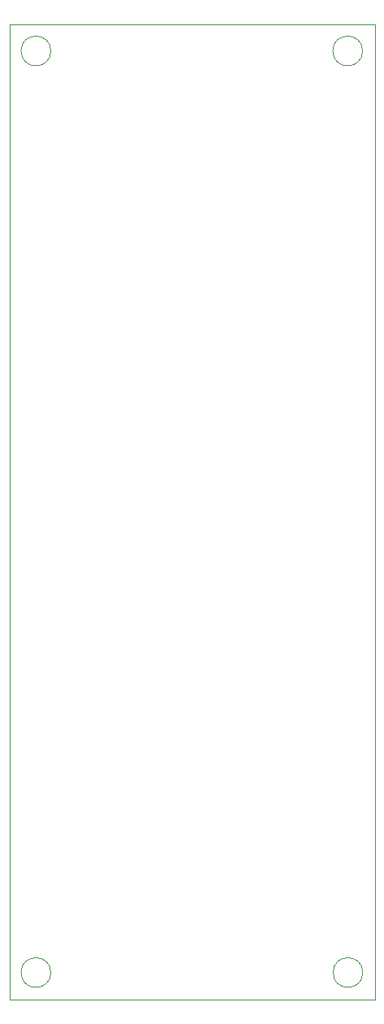
<source format=gbr>
%TF.GenerationSoftware,KiCad,Pcbnew,9.0.4-1.fc42*%
%TF.CreationDate,2025-09-21T18:40:38-04:00*%
%TF.ProjectId,DummyHat,44756d6d-7948-4617-942e-6b696361645f,rev?*%
%TF.SameCoordinates,Original*%
%TF.FileFunction,Profile,NP*%
%FSLAX46Y46*%
G04 Gerber Fmt 4.6, Leading zero omitted, Abs format (unit mm)*
G04 Created by KiCad (PCBNEW 9.0.4-1.fc42) date 2025-09-21 18:40:38*
%MOMM*%
%LPD*%
G01*
G04 APERTURE LIST*
%TA.AperFunction,Profile*%
%ADD10C,0.050000*%
%TD*%
G04 APERTURE END LIST*
D10*
X55118000Y-53594000D02*
G75*
G02*
X52018000Y-53594000I-1550000J0D01*
G01*
X52018000Y-53594000D02*
G75*
G02*
X55118000Y-53594000I1550000J0D01*
G01*
X55118000Y-149606000D02*
G75*
G02*
X52018000Y-149606000I-1550000J0D01*
G01*
X52018000Y-149606000D02*
G75*
G02*
X55118000Y-149606000I1550000J0D01*
G01*
X87656000Y-149606000D02*
G75*
G02*
X84556000Y-149606000I-1550000J0D01*
G01*
X84556000Y-149606000D02*
G75*
G02*
X87656000Y-149606000I1550000J0D01*
G01*
X50800000Y-50800000D02*
X88900000Y-50800000D01*
X88900000Y-152400000D01*
X50800000Y-152400000D01*
X50800000Y-50800000D01*
X87630000Y-53594000D02*
G75*
G02*
X84530000Y-53594000I-1550000J0D01*
G01*
X84530000Y-53594000D02*
G75*
G02*
X87630000Y-53594000I1550000J0D01*
G01*
M02*

</source>
